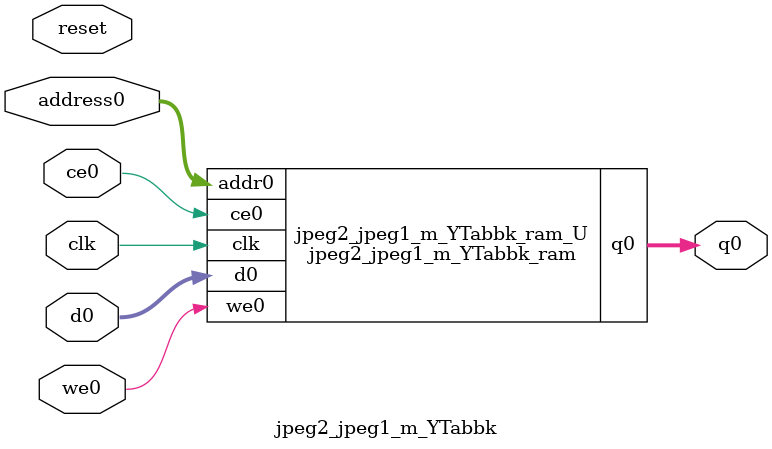
<source format=v>
`timescale 1 ns / 1 ps
module jpeg2_jpeg1_m_YTabbk_ram (addr0, ce0, d0, we0, q0,  clk);

parameter DWIDTH = 8;
parameter AWIDTH = 6;
parameter MEM_SIZE = 64;

input[AWIDTH-1:0] addr0;
input ce0;
input[DWIDTH-1:0] d0;
input we0;
output reg[DWIDTH-1:0] q0;
input clk;

(* ram_style = "distributed" *)reg [DWIDTH-1:0] ram[0:MEM_SIZE-1];




always @(posedge clk)  
begin 
    if (ce0) 
    begin
        if (we0) 
        begin 
            ram[addr0] <= d0; 
        end 
        q0 <= ram[addr0];
    end
end


endmodule

`timescale 1 ns / 1 ps
module jpeg2_jpeg1_m_YTabbk(
    reset,
    clk,
    address0,
    ce0,
    we0,
    d0,
    q0);

parameter DataWidth = 32'd8;
parameter AddressRange = 32'd64;
parameter AddressWidth = 32'd6;
input reset;
input clk;
input[AddressWidth - 1:0] address0;
input ce0;
input we0;
input[DataWidth - 1:0] d0;
output[DataWidth - 1:0] q0;



jpeg2_jpeg1_m_YTabbk_ram jpeg2_jpeg1_m_YTabbk_ram_U(
    .clk( clk ),
    .addr0( address0 ),
    .ce0( ce0 ),
    .we0( we0 ),
    .d0( d0 ),
    .q0( q0 ));

endmodule


</source>
